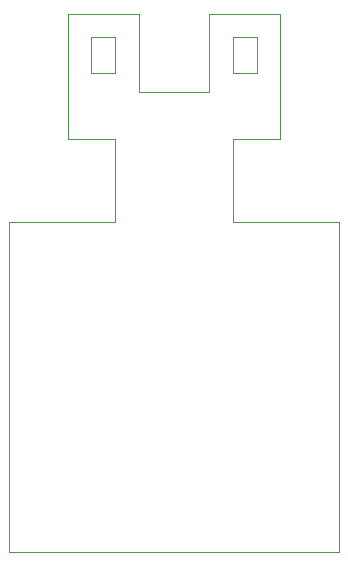
<source format=gm1>
%TF.GenerationSoftware,KiCad,Pcbnew,8.0.6*%
%TF.CreationDate,2025-08-25T18:02:56+02:00*%
%TF.ProjectId,GoldElectrode,476f6c64-456c-4656-9374-726f64652e6b,rev?*%
%TF.SameCoordinates,Original*%
%TF.FileFunction,Profile,NP*%
%FSLAX46Y46*%
G04 Gerber Fmt 4.6, Leading zero omitted, Abs format (unit mm)*
G04 Created by KiCad (PCBNEW 8.0.6) date 2025-08-25 18:02:56*
%MOMM*%
%LPD*%
G01*
G04 APERTURE LIST*
%TA.AperFunction,Profile*%
%ADD10C,0.050000*%
%TD*%
G04 APERTURE END LIST*
D10*
X118000000Y-44400000D02*
X118000000Y-49400000D01*
X123000000Y-90000000D02*
X123000000Y-62000000D01*
X114000000Y-46400000D02*
X116000000Y-46400000D01*
X106000000Y-49400000D02*
X106000000Y-51000000D01*
X102000000Y-46400000D02*
X104000000Y-46400000D01*
X106000000Y-51000000D02*
X112000000Y-51000000D01*
X112000000Y-49400000D02*
X112000000Y-44400000D01*
X102000000Y-49400000D02*
X102000000Y-46400000D01*
X100000000Y-55000000D02*
X104000000Y-55000000D01*
X104000000Y-55000000D02*
X104000000Y-62000000D01*
X118000000Y-51000000D02*
X118000000Y-55000000D01*
X112000000Y-44400000D02*
X118000000Y-44400000D01*
X100000000Y-44400000D02*
X106000000Y-44400000D01*
X95000000Y-90000000D02*
X123000000Y-90000000D01*
X114000000Y-49400000D02*
X116000000Y-49400000D01*
X100000000Y-51000000D02*
X100000000Y-49400000D01*
X118000000Y-55000000D02*
X114000000Y-55000000D01*
X104000000Y-49400000D02*
X102000000Y-49400000D01*
X104000000Y-46400000D02*
X104000000Y-49400000D01*
X100000000Y-49400000D02*
X100000000Y-44400000D01*
X118000000Y-51000000D02*
X118000000Y-49400000D01*
X95000000Y-90000000D02*
X95000000Y-62000000D01*
X95000000Y-62000000D02*
X104000000Y-62000000D01*
X106000000Y-44400000D02*
X106000000Y-49400000D01*
X100000000Y-51000000D02*
X100000000Y-55000000D01*
X114000000Y-62000000D02*
X123000000Y-62000000D01*
X112000000Y-51000000D02*
X112000000Y-49400000D01*
X114000000Y-55000000D02*
X114000000Y-62000000D01*
X114000000Y-49400000D02*
X114000000Y-46400000D01*
X116000000Y-46400000D02*
X116000000Y-49400000D01*
M02*

</source>
